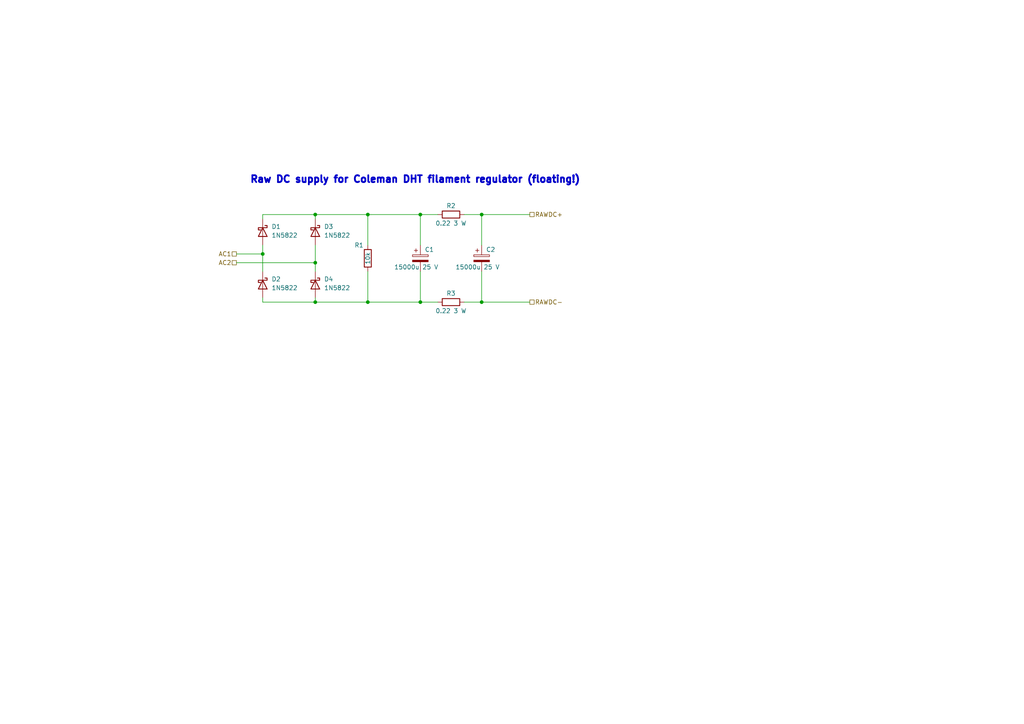
<source format=kicad_sch>
(kicad_sch (version 20230121) (generator eeschema)
  (paper "A4")
  (lib_symbols
    (symbol "Device:C_Polarized" (pin_numbers hide) (pin_names (offset 0.254))
      (property "Reference" "C" (at 0.635 2.54 0))
      (property "Value" "C_Polarized" (at 0.635 -2.54 0))
      (symbol "C_Polarized_0_1"
        (rectangle (start -2.286 0.508) (end 2.286 1.016))
        (polyline (pts (xy -1.778 2.286) (xy -0.762 2.286)))
        (polyline (pts (xy -1.27 2.794) (xy -1.27 1.778)))
        (rectangle (start 2.286 -0.508) (end -2.286 -1.016) (fill (type outline)))
      )
      (symbol "C_Polarized_1_1"
        (pin passive line (at 0 3.81 270) (length 2.794) (name "~") (number "1"))
        (pin passive line (at 0 -3.81 90) (length 2.794) (name "~") (number "2"))
      )
    )
    (symbol "Device:R" (pin_numbers hide) (pin_names (offset 0))
      (property "Reference" "R" (at 2.032 0 90))
      (property "Value" "R" (at 0 0 90))
      (symbol "R_0_1"
        (rectangle (start -1.016 -2.54) (end 1.016 2.54) (stroke (width 0.254)))
      )
      (symbol "R_1_1"
        (pin passive line (at 0 3.81 270) (length 1.27) (name "~") (number "1"))
        (pin passive line (at 0 -3.81 90) (length 1.27) (name "~") (number "2"))
      )
    )
    (symbol "Diode:1N5822" (pin_numbers hide) (pin_names (offset 1.016) hide)
      (property "Reference" "D" (at 0 2.54 0))
      (property "Value" "1N5822" (at 0 -2.54 0))
      (symbol "1N5822_0_1"
        (polyline (pts (xy 1.27 0) (xy -1.27 0)))
        (polyline (pts (xy 1.27 1.27) (xy 1.27 -1.27) (xy -1.27 0) (xy 1.27 1.27)) (stroke (width 0.254)))
        (polyline (pts (xy -1.905 0.635) (xy -1.905 1.27) (xy -1.27 1.27) (xy -1.27 -1.27) (xy -0.635 -1.27) (xy -0.635 -0.635)) (stroke (width 0.254)))
      )
      (symbol "1N5822_1_1"
        (pin passive line (at -3.81 0 0) (length 2.54) (name "K") (number "1"))
        (pin passive line (at 3.81 0 180) (length 2.54) (name "A") (number "2"))
      )
    )
  )
  (junction (at 139.7 62.23))
  (junction (at 91.44 76.2))
  (junction (at 91.44 87.63))
  (junction (at 106.68 87.63))
  (junction (at 91.44 62.23))
  (junction (at 121.92 87.63))
  (junction (at 139.7 87.63))
  (junction (at 121.92 62.23))
  (junction (at 76.2 73.66))
  (junction (at 106.68 62.23))
  (wire (pts (xy 91.44 62.23) (xy 91.44 63.5)))
  (wire (pts (xy 121.92 78.74) (xy 121.92 87.63)))
  (wire (pts (xy 134.62 62.23) (xy 139.7 62.23)))
  (wire (pts (xy 121.92 71.12) (xy 121.92 62.23)))
  (wire (pts (xy 121.92 62.23) (xy 106.68 62.23)))
  (wire (pts (xy 76.2 73.66) (xy 76.2 78.74)))
  (wire (pts (xy 76.2 73.66) (xy 76.2 71.12)))
  (wire (pts (xy 121.92 62.23) (xy 127 62.23)))
  (wire (pts (xy 68.58 76.2) (xy 91.44 76.2)))
  (wire (pts (xy 106.68 78.74) (xy 106.68 87.63)))
  (wire (pts (xy 139.7 78.74) (xy 139.7 87.63)))
  (wire (pts (xy 121.92 87.63) (xy 127 87.63)))
  (wire (pts (xy 139.7 71.12) (xy 139.7 62.23)))
  (wire (pts (xy 91.44 87.63) (xy 91.44 86.36)))
  (wire (pts (xy 139.7 62.23) (xy 153.67 62.23)))
  (wire (pts (xy 106.68 62.23) (xy 106.68 71.12)))
  (wire (pts (xy 76.2 62.23) (xy 91.44 62.23)))
  (wire (pts (xy 76.2 86.36) (xy 76.2 87.63)))
  (wire (pts (xy 76.2 87.63) (xy 91.44 87.63)))
  (wire (pts (xy 76.2 63.5) (xy 76.2 62.23)))
  (wire (pts (xy 134.62 87.63) (xy 139.7 87.63)))
  (wire (pts (xy 121.92 87.63) (xy 106.68 87.63)))
  (wire (pts (xy 106.68 87.63) (xy 91.44 87.63)))
  (wire (pts (xy 68.58 73.66) (xy 76.2 73.66)))
  (wire (pts (xy 91.44 71.12) (xy 91.44 76.2)))
  (wire (pts (xy 139.7 87.63) (xy 153.67 87.63)))
  (wire (pts (xy 91.44 76.2) (xy 91.44 78.74)))
  (wire (pts (xy 106.68 62.23) (xy 91.44 62.23)))
  (text "Raw DC supply for Coleman DHT filament regulator (floating!)" (at 72.39 53.34 0) (effects (font (size 2 2) (thickness 0.508) bold) (justify left bottom)))
  (hierarchical_label "RAWDC+" (shape passive) (at 153.67 62.23 0))
  (hierarchical_label "RAWDC-" (shape passive) (at 153.67 87.63 0))
  (hierarchical_label "AC2" (shape passive) (at 68.58 76.2 180))
  (hierarchical_label "AC1" (shape passive) (at 68.58 73.66 180))
  (symbol (lib_id "Diode:1N5822") (at 91.44 82.55 270) (unit 1)
    (property "Reference" "D4" (at 93.98 80.9625 90) (effects (justify left)))
    (property "Value" "1N5822" (at 93.98 83.5025 90) (effects (justify left)))
    (property "Footprint" "Diode_THT:D_DO-201AD_P15.24mm_Horizontal" (effects hide))
    (property "Datasheet" "http://www.vishay.com/docs/88526/1n5820.pdf" (effects hide))
    (property "MPN" "1N5822" (effects hide))
    (instances (project "OSDEHA_powersupply_colemanreg" (path "" (reference "D4") (unit 1)) (path "" (reference "D8") (unit 1))))
  )
  (symbol (lib_id "Diode:1N5822") (at 76.2 82.55 270) (unit 1)
    (property "Reference" "D2" (at 78.74 80.9625 90) (effects (justify left)))
    (property "Value" "1N5822" (at 78.74 83.5025 90) (effects (justify left)))
    (property "Footprint" "Diode_THT:D_DO-201AD_P15.24mm_Horizontal" (effects hide))
    (property "Datasheet" "http://www.vishay.com/docs/88526/1n5820.pdf" (effects hide))
    (property "MPN" "1N5822" (effects hide))
    (instances (project "OSDEHA_powersupply_colemanreg" (path "" (reference "D2") (unit 1)) (path "" (reference "D6") (unit 1))))
  )
  (symbol (lib_id "Device:R") (at 130.81 87.63 90) (unit 1)
    (property "Reference" "R3" (at 130.81 85.09 90))
    (property "Value" "0.22 3 W" (at 130.81 90.17 90))
    (property "Footprint" "Resistor_THT:R_Axial_DIN0614_L14.3mm_D5.7mm_P15.24mm_Horizontal" (effects hide))
    (property "Datasheet" "https://www.vishay.com/doc?31021" (effects hide))
    (property "MPN" "CPF3R22000GNB14 " (effects hide))
    (instances (project "OSDEHA_powersupply_colemanreg" (path "" (reference "R3") (unit 1)) (path "" (reference "R6") (unit 1))))
  )
  (symbol (lib_id "Diode:1N5822") (at 91.44 67.31 270) (unit 1)
    (property "Reference" "D3" (at 93.98 65.7225 90) (effects (justify left)))
    (property "Value" "1N5822" (at 93.98 68.2625 90) (effects (justify left)))
    (property "Footprint" "Diode_THT:D_DO-201AD_P15.24mm_Horizontal" (effects hide))
    (property "Datasheet" "http://www.vishay.com/docs/88526/1n5820.pdf" (effects hide))
    (property "MPN" "1N5822" (effects hide))
    (instances (project "OSDEHA_powersupply_colemanreg" (path "" (reference "D3") (unit 1)) (path "" (reference "D7") (unit 1))))
  )
  (symbol (lib_id "Diode:1N5822") (at 76.2 67.31 270) (unit 1)
    (property "Reference" "D1" (at 78.74 65.7225 90) (effects (justify left)))
    (property "Value" "1N5822" (at 78.74 68.2625 90) (effects (justify left)))
    (property "Footprint" "Diode_THT:D_DO-201AD_P15.24mm_Horizontal" (effects hide))
    (property "Datasheet" "http://www.vishay.com/docs/88526/1n5820.pdf" (effects hide))
    (property "MPN" "1N5822" (effects hide))
    (instances (project "OSDEHA_powersupply_colemanreg" (path "" (reference "D1") (unit 1)) (path "" (reference "D5") (unit 1))))
  )
  (symbol (lib_id "Device:C_Polarized") (at 121.92 74.93 0) (unit 1)
    (property "Reference" "C1" (at 123.19 72.39 0) (effects (justify left)))
    (property "Value" "15000u 25 V" (at 114.3 77.47 0) (effects (justify left)))
    (property "Footprint" "Capacitor_THT:CP_Radial_D25.0mm_P10.00mm_SnapIn" (effects hide))
    (property "Datasheet" "https://www.cde.com/resources/catalogs/SLPX.pdf" (effects hide))
    (property "MPN" "SLPX153M025C7P3 " (effects hide))
    (instances (project "OSDEHA_powersupply_colemanreg" (path "" (reference "C1") (unit 1)) (path "" (reference "C3") (unit 1))))
  )
  (symbol (lib_id "Device:C_Polarized") (at 139.7 74.93 0) (unit 1)
    (property "Reference" "C2" (at 140.97 72.39 0) (effects (justify left)))
    (property "Value" "15000u 25 V" (at 132.08 77.47 0) (effects (justify left)))
    (property "Footprint" "Capacitor_THT:CP_Radial_D25.0mm_P10.00mm_SnapIn" (effects hide))
    (property "Datasheet" "https://www.cde.com/resources/catalogs/SLPX.pdf" (effects hide))
    (property "MPN" "SLPX153M025C7P3 " (effects hide))
    (instances (project "OSDEHA_powersupply_colemanreg" (path "" (reference "C2") (unit 1)) (path "" (reference "C4") (unit 1))))
  )
  (symbol (lib_id "Device:R") (at 106.68 74.93 0) (unit 1)
    (property "Reference" "R1" (at 104.14 71.12 0))
    (property "Value" "10k" (at 106.68 74.93 90))
    (property "Footprint" "Resistor_THT:R_Axial_DIN0207_L6.3mm_D2.5mm_P10.16mm_Horizontal" (effects hide))
    (property "Datasheet" "https://www.vishay.com/doc?31018" (effects hide))
    (property "MPN" "CMF5510K000" (effects hide))
    (instances (project "OSDEHA_powersupply_colemanreg" (path "" (reference "R1") (unit 1)) (path "" (reference "R4") (unit 1))))
  )
  (symbol (lib_id "Device:R") (at 130.81 62.23 90) (unit 1)
    (property "Reference" "R2" (at 130.81 59.69 90))
    (property "Value" "0.22 3 W" (at 130.81 64.77 90))
    (property "Footprint" "Resistor_THT:R_Axial_DIN0614_L14.3mm_D5.7mm_P15.24mm_Horizontal" (effects hide))
    (property "Datasheet" "https://www.vishay.com/doc?31021" (effects hide))
    (property "MPN" "CPF3R22000GNB14 " (effects hide))
    (instances (project "OSDEHA_powersupply_colemanreg" (path "" (reference "R2") (unit 1)) (path "" (reference "R5") (unit 1))))
  )
)
</source>
